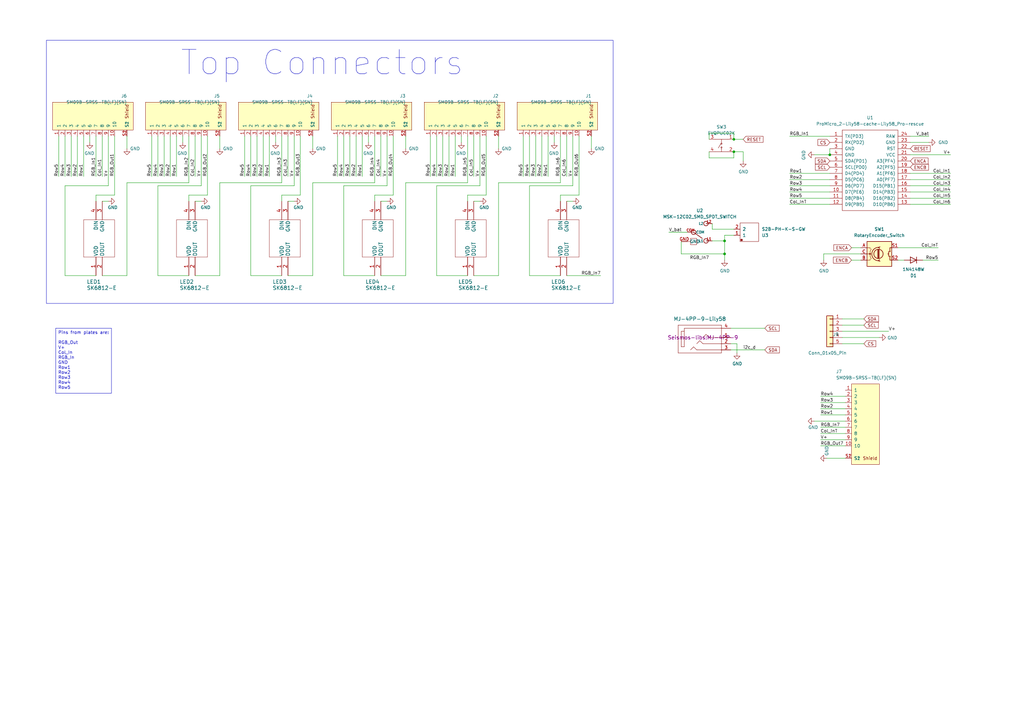
<source format=kicad_sch>
(kicad_sch (version 20230121) (generator eeschema)
  (paper "A3")
  (lib_symbols
    (symbol "Diode:1N4148W" (pin_numbers hide) (pin_names hide)
      (property "Reference" "D" (at 0 2.54 0))
      (property "Value" "1N4148W" (at 0 -2.54 0))
      (symbol "1N4148W_0_1"
        (polyline (pts (xy -1.27 1.27) (xy -1.27 -1.27)) (stroke (width 0.254)))
        (polyline (pts (xy 1.27 0) (xy -1.27 0)))
        (polyline (pts (xy 1.27 1.27) (xy 1.27 -1.27) (xy -1.27 0) (xy 1.27 1.27)) (stroke (width 0.254)))
      )
      (symbol "1N4148W_1_1"
        (pin passive line (at -3.81 0 0) (length 2.54) (name "K") (number "1"))
        (pin passive line (at 3.81 0 180) (length 2.54) (name "A") (number "2"))
      )
    )
    (symbol "GND_1" (power) (pin_names (offset 0))
      (property "Value" "GND_1" (at 0 -3.81 0))
      (symbol "GND_1_0_1"
        (polyline (pts (xy 0 0) (xy 0 -1.27) (xy 1.27 -1.27) (xy 0 -2.54) (xy -1.27 -1.27) (xy 0 -1.27)))
      )
      (symbol "GND_1_1_1"
        (pin power_in line (at 0 0 270) (length 0) hide (name "GND") (number "1"))
      )
    )
    (symbol "Seismos-sym:Conn_01x05" (pin_names (offset 1.016) hide)
      (property "Reference" "J" (at 0 7.62 0))
      (property "Value" "Conn_01x05" (at 0 -7.62 0))
      (symbol "Conn_01x05_1_1"
        (rectangle (start -1.27 -4.953) (end 0 -5.207) (stroke (width 0.1524)))
        (rectangle (start -1.27 -2.413) (end 0 -2.667) (stroke (width 0.1524)))
        (rectangle (start -1.27 0.127) (end 0 -0.127) (stroke (width 0.1524)))
        (rectangle (start -1.27 2.667) (end 0 2.413) (stroke (width 0.1524)))
        (rectangle (start -1.27 5.207) (end 0 4.953) (stroke (width 0.1524)))
        (rectangle (start -1.27 6.35) (end 1.27 -6.35) (stroke (width 0.254)) (fill (type background)))
        (pin passive line (at -5.08 5.08 0) (length 3.81) (name "Pin_1") (number "1"))
        (pin passive line (at -5.08 2.54 0) (length 3.81) (name "Pin_2") (number "2"))
        (pin passive line (at -5.08 0 0) (length 3.81) (name "Pin_3") (number "3"))
        (pin passive line (at -5.08 -2.54 0) (length 3.81) (name "Pin_4") (number "4"))
        (pin passive line (at -5.08 -5.08 0) (length 3.81) (name "Pin_5") (number "5"))
      )
    )
    (symbol "Seismos-sym:EVQPUC02K" (pin_names (offset 1.016) hide)
      (property "Reference" "SW" (at 0 7.747 0))
      (property "Value" "EVQPUC02K" (at 0 12.827 0))
      (symbol "EVQPUC02K_1_1"
        (circle (center 0 -0.762) (radius 0.254) (stroke (width 0.1524)))
        (polyline (pts (xy -2.54 -2.54) (xy 2.54 -2.54)) (stroke (width 0.1524)))
        (polyline (pts (xy -2.54 2.54) (xy 2.54 2.54)) (stroke (width 0.1524)))
        (polyline (pts (xy -1.27 -1.016) (xy -0.254 0.762)) (stroke (width 0.1524)))
        (polyline (pts (xy 0 -2.54) (xy 0 -1.524)) (stroke (width 0.1524)))
        (polyline (pts (xy 0 -1.524) (xy 0 -0.762)) (stroke (width 0.1524)))
        (polyline (pts (xy 0 2.54) (xy 0 0.762)) (stroke (width 0.1524)))
        (circle (center 0 0.762) (radius 0.254) (stroke (width 0.1524)))
        (pin input line (at 5.08 2.54 180) (length 2.54) (name "1") (number "1"))
        (pin input line (at 5.08 -2.54 180) (length 2.54) (name "2") (number "2"))
        (pin input line (at -5.08 2.54 0) (length 2.54) (name "3") (number "3"))
        (pin input line (at -5.08 -2.54 0) (length 2.54) (name "4") (number "4"))
      )
    )
    (symbol "Seismos-sym:MJ-4PP-9-Lily58" (pin_names (offset 1.016))
      (property "Reference" "J" (at -8.89 -7.62 0))
      (property "Value" "MJ-4PP-9-Lily58" (at -3.81 6.35 0))
      (property "Footprint" "Seismos-libs:MJ-4PP-9" (at 0 0 0))
      (symbol "MJ-4PP-9-Lily58_0_1"
        (rectangle (start -7.62 2.54) (end -8.89 -3.81))
        (polyline (pts (xy 2.54 0) (xy 7.62 0)))
        (polyline (pts (xy -2.54 -5.08) (xy 7.62 -5.08) (xy 7.62 -5.08)))
        (polyline (pts (xy 0 -2.54) (xy -1.27 -1.27) (xy -2.54 -2.54)))
        (polyline (pts (xy 0 0) (xy 1.27 1.27) (xy 2.54 0)))
        (polyline (pts (xy 7.62 3.81) (xy -7.62 3.81) (xy -7.62 2.54)))
        (polyline (pts (xy -2.54 -5.08) (xy -3.81 -3.81) (xy -5.08 -5.08) (xy -5.08 -5.08)))
        (polyline (pts (xy 0 -2.54) (xy 7.62 -2.54) (xy 7.62 -2.54) (xy 7.62 -2.54)))
        (rectangle (start 7.62 -6.35) (end -10.16 5.08))
      )
      (symbol "MJ-4PP-9-Lily58_1_1"
        (pin passive line (at 11.43 0 180) (length 3.81) (name "~") (number "1"))
        (pin passive line (at 11.43 -2.54 180) (length 3.81) (name "~") (number "2"))
        (pin passive line (at 11.43 -5.08 180) (length 3.81) (name "~") (number "3"))
        (pin passive line (at 11.43 3.81 180) (length 3.81) (name "~") (number "4"))
      )
    )
    (symbol "Seismos-sym:MSK-12C02_SMD_SPDT_SWITCH" (pin_names (offset 1.016))
      (property "Reference" "U" (at -5.08 7.62 0))
      (property "Value" "MSK-12C02_SMD_SPDT_SWITCH" (at -5.08 -7.62 0))
      (symbol "MSK-12C02_SMD_SPDT_SWITCH_0_0"
        (circle (center -5.08 0) (radius 0.9158) (stroke (width 0.254)))
        (circle (center 0 -3.556) (radius 0.9158) (stroke (width 0.254)))
        (polyline (pts (xy -5.08 0) (xy -1.524 -2.54)) (stroke (width 0.254)))
        (circle (center 0 3.556) (radius 0.9158) (stroke (width 0.254)))
        (pin bidirectional line (at -7.62 0 0) (length 2.54) (name "COM") (number "COM"))
        (pin bidirectional line (at 2.54 -3.556 180) (length 2.54) (name "L1") (number "L1"))
        (pin bidirectional line (at 2.54 3.556 180) (length 2.54) (name "L2") (number "L2"))
      )
      (symbol "MSK-12C02_SMD_SPDT_SWITCH_0_1"
        (rectangle (start -6.35 -2.54) (end -3.81 -5.08))
        (polyline (pts (xy -7.62 -3.81) (xy -6.35 -3.81)))
      )
      (symbol "MSK-12C02_SMD_SPDT_SWITCH_1_1"
        (pin bidirectional line (at -10.16 -3.81 0) (length 2.54) (name "GND") (number "GND"))
      )
    )
    (symbol "Seismos-sym:ProMicro_2-Lily58" (pin_names (offset 1.016))
      (property "Reference" "U" (at 0 17.78 0))
      (property "Value" "ProMicro_2-Lily58" (at 0 -17.78 0))
      (symbol "ProMicro_2-Lily58_0_1"
        (rectangle (start -11.43 16.51) (end 11.43 -16.51))
      )
      (symbol "ProMicro_2-Lily58_1_1"
        (pin bidirectional line (at -16.51 13.97 0) (length 5.08) (name "TX(PD3)") (number "1"))
        (pin input line (at -16.51 -8.89 0) (length 5.08) (name "D7(PE6)") (number "10"))
        (pin input line (at -16.51 -11.43 0) (length 5.08) (name "D8(PB4)") (number "11"))
        (pin input line (at -16.51 -13.97 0) (length 5.08) (name "D9(PB5)") (number "12"))
        (pin input line (at 16.51 -13.97 180) (length 5.08) (name "D10(PB6)") (number "13"))
        (pin input line (at 16.51 -11.43 180) (length 5.08) (name "D16(PB2)") (number "14"))
        (pin input line (at 16.51 -8.89 180) (length 5.08) (name "D14(PB3)") (number "15"))
        (pin input line (at 16.51 -6.35 180) (length 5.08) (name "D15(PB1)") (number "16"))
        (pin input line (at 16.51 -3.81 180) (length 5.08) (name "A0(PF7)") (number "17"))
        (pin input line (at 16.51 -1.27 180) (length 5.08) (name "A1(PF6)") (number "18"))
        (pin input line (at 16.51 1.27 180) (length 5.08) (name "A2(PF5)") (number "19"))
        (pin input line (at -16.51 11.43 0) (length 5.08) (name "RX(PD2)") (number "2"))
        (pin input line (at 16.51 3.81 180) (length 5.08) (name "A3(PF4)") (number "20"))
        (pin input line (at 16.51 6.35 180) (length 5.08) (name "VCC") (number "21"))
        (pin input line (at 16.51 8.89 180) (length 5.08) (name "RST") (number "22"))
        (pin input line (at 16.51 11.43 180) (length 5.08) (name "GND") (number "23"))
        (pin input line (at 16.51 13.97 180) (length 5.08) (name "RAW") (number "24"))
        (pin input line (at -16.51 8.89 0) (length 5.08) (name "GND") (number "3"))
        (pin input line (at -16.51 6.35 0) (length 5.08) (name "GND") (number "4"))
        (pin input line (at -16.51 3.81 0) (length 5.08) (name "SDA(PD1)") (number "5"))
        (pin input line (at -16.51 1.27 0) (length 5.08) (name "SCL(PD0)") (number "6"))
        (pin input line (at -16.51 -1.27 0) (length 5.08) (name "D4(PD4)") (number "7"))
        (pin input line (at -16.51 -3.81 0) (length 5.08) (name "D5(PC6)") (number "8"))
        (pin input line (at -16.51 -6.35 0) (length 5.08) (name "D6(PD7)") (number "9"))
      )
    )
    (symbol "Seismos-sym:RotaryEncoder_Switch" (pin_names (offset 0.254) hide)
      (property "Reference" "SW" (at 0 6.604 0))
      (property "Value" "RotaryEncoder_Switch" (at 0 -6.604 0))
      (symbol "RotaryEncoder_Switch_0_1"
        (rectangle (start -5.08 5.08) (end 5.08 -5.08) (stroke (width 0.254)) (fill (type background)))
        (circle (center -3.81 0) (radius 0.254) (fill (type outline)))
        (circle (center -0.381 0) (radius 1.905) (stroke (width 0.254)))
        (arc (start -0.381 2.667) (mid -3.0988 -0.0635) (end -0.381 -2.794) (stroke (width 0.254)))
        (polyline (pts (xy -0.635 -1.778) (xy -0.635 1.778)) (stroke (width 0.254)))
        (polyline (pts (xy -0.381 -1.778) (xy -0.381 1.778)) (stroke (width 0.254)))
        (polyline (pts (xy -0.127 1.778) (xy -0.127 -1.778)) (stroke (width 0.254)))
        (polyline (pts (xy 3.81 0) (xy 3.429 0)) (stroke (width 0.254)))
        (polyline (pts (xy 3.81 1.016) (xy 3.81 -1.016)) (stroke (width 0.254)))
        (polyline (pts (xy -5.08 -2.54) (xy -3.81 -2.54) (xy -3.81 -2.032)))
        (polyline (pts (xy -5.08 2.54) (xy -3.81 2.54) (xy -3.81 2.032)))
        (polyline (pts (xy 0.254 -3.048) (xy -0.508 -2.794) (xy 0.127 -2.413)) (stroke (width 0.254)))
        (polyline (pts (xy 0.254 2.921) (xy -0.508 2.667) (xy 0.127 2.286)) (stroke (width 0.254)))
        (polyline (pts (xy 5.08 -2.54) (xy 4.318 -2.54) (xy 4.318 -1.016)) (stroke (width 0.254)))
        (polyline (pts (xy 5.08 2.54) (xy 4.318 2.54) (xy 4.318 1.016)) (stroke (width 0.254)))
        (polyline (pts (xy -5.08 0) (xy -3.81 0) (xy -3.81 -1.016) (xy -3.302 -2.032)))
        (polyline (pts (xy -4.318 0) (xy -3.81 0) (xy -3.81 1.016) (xy -3.302 2.032)))
        (circle (center 4.318 -1.016) (radius 0.127) (stroke (width 0.254)))
        (circle (center 4.318 1.016) (radius 0.127) (stroke (width 0.254)))
      )
      (symbol "RotaryEncoder_Switch_1_1"
        (pin passive line (at -7.62 2.54 0) (length 2.54) (name "A") (number "A"))
        (pin passive line (at -7.62 -2.54 0) (length 2.54) (name "B") (number "B"))
        (pin passive line (at -7.62 0 0) (length 2.54) (name "C") (number "C"))
        (pin passive line (at 7.62 2.54 180) (length 2.54) (name "S1") (number "S1"))
        (pin passive line (at 7.62 -2.54 180) (length 2.54) (name "S2") (number "S2"))
      )
    )
    (symbol "Seismos-sym:S2B-PH-K-S-GW" (pin_names (offset 1.016))
      (property "Reference" "U" (at 0 6.35 0))
      (property "Value" "S2B-PH-K-S-GW" (at 0 11.43 0))
      (symbol "S2B-PH-K-S-GW_1_1"
        (rectangle (start -2.54 3.81) (end 5.08 -3.81) (stroke (width 0.1524)))
        (circle (center -1.905 3.175) (radius 0.381) (stroke (width 0.1524)) (fill (type outline)))
        (pin input line (at -5.08 1.27 0) (length 2.54) (name "1") (number "1"))
        (pin input line (at -5.08 -1.27 0) (length 2.54) (name "2") (number "2"))
      )
    )
    (symbol "Seismos-sym:SK6812-E" (pin_names (offset 0.254))
      (property "Reference" "LED" (at 15.24 -10.16 0))
      (property "Value" "SK6812-E" (at 15.24 -12.7 0))
      (symbol "SK6812-E_1_1"
        (polyline (pts (xy 7.62 -7.62) (xy 22.86 -7.62)) (stroke (width 0.127)))
        (polyline (pts (xy 7.62 5.08) (xy 7.62 -7.62)) (stroke (width 0.127)))
        (polyline (pts (xy 22.86 -7.62) (xy 22.86 5.08)) (stroke (width 0.127)))
        (polyline (pts (xy 22.86 5.08) (xy 7.62 5.08)) (stroke (width 0.127)))
        (pin power_in line (at 0 0 0) (length 7.62) (name "VDD") (number "1"))
        (pin output line (at 0 -2.54 0) (length 7.62) (name "DOUT") (number "2"))
        (pin power_out line (at 30.48 -2.54 180) (length 7.62) (name "GND") (number "3"))
        (pin input line (at 30.48 0 180) (length 7.62) (name "DIN") (number "4"))
      )
    )
    (symbol "Seismos-sym:SM10B-SRSS-TB_(LF)(SN)" (pin_names (offset 1.016))
      (property "Reference" "CN" (at -9.4742 3.81 90))
      (property "Value" "SM10B-SRSS-TB_(LF)(SN)" (at 1.27 20.32 0))
      (symbol "SM10B-SRSS-TB_(LF)(SN)_1_1"
        (rectangle (start -3.81 17.78) (end 7.62 -15.24) (stroke (width 0.1524)) (fill (type background)))
        (text "Shield" (at 3.81 -12.7 0) (effects (font (size 1.27 1.27))))
        (pin input line (at -6.35 15.24 0) (length 2.54) (name "1") (number "1"))
        (pin input line (at -6.35 -7.62 0) (length 2.54) (name "10") (number "10"))
        (pin input line (at -6.35 12.7 0) (length 2.54) (name "2") (number "2"))
        (pin input line (at -6.35 10.16 0) (length 2.54) (name "3") (number "3"))
        (pin input line (at -6.35 7.62 0) (length 2.54) (name "4") (number "4"))
        (pin input line (at -6.35 5.08 0) (length 2.54) (name "5") (number "5"))
        (pin input line (at -6.35 2.54 0) (length 2.54) (name "6") (number "6"))
        (pin input line (at -6.35 0 0) (length 2.54) (name "7") (number "7"))
        (pin input line (at -6.35 -2.54 0) (length 2.54) (name "8") (number "8"))
        (pin input line (at -6.35 -5.08 0) (length 2.54) (name "9") (number "9"))
        (pin input line (at -6.35 -12.7 0) (length 2.54) (name "S1") (number "S1"))
        (pin input line (at -6.35 -12.7 0) (length 2.54) (name "S2") (number "S2"))
      )
    )
    (symbol "power:GND" (power) (pin_names (offset 0))
      (property "Value" "GND" (at 0 -3.81 0))
      (symbol "GND_0_1"
        (polyline (pts (xy 0 0) (xy 0 -1.27) (xy 1.27 -1.27) (xy 0 -2.54) (xy -1.27 -1.27) (xy 0 -1.27)))
      )
      (symbol "GND_1_1"
        (pin power_in line (at 0 0 270) (length 0) hide (name "GND") (number "1"))
      )
    )
  )
  (junction (at 297.18 98.806))
  (junction (at 340.36 63.5))
  (junction (at 300.99 62.23))
  (junction (at 300.99 57.15))
  (junction (at 297.18 104.14))
  (wire (pts (xy 323.85 83.82) (xy 340.36 83.82)))
  (wire (pts (xy 41.91 82.55) (xy 44.45 82.55)))
  (wire (pts (xy 179.07 76.2) (xy 179.07 113.03)))
  (wire (pts (xy 24.13 55.88) (xy 24.13 72.39)))
  (wire (pts (xy 166.37 55.88) (xy 166.37 60.96)))
  (wire (pts (xy 179.07 113.03) (xy 191.77 113.03)))
  (wire (pts (xy 323.85 76.2) (xy 340.36 76.2)))
  (wire (pts (xy 237.49 80.01) (xy 229.87 80.01)))
  (wire (pts (xy 128.27 113.03) (xy 128.27 74.93)))
  (wire (pts (xy 153.67 55.88) (xy 153.67 74.93)))
  (wire (pts (xy 300.99 54.61) (xy 300.99 57.15)))
  (wire (pts (xy 69.85 55.88) (xy 69.85 72.39)))
  (wire (pts (xy 323.85 78.74) (xy 340.36 78.74)))
  (wire (pts (xy 373.38 78.74) (xy 389.89 78.74)))
  (wire (pts (xy 300.99 96.52) (xy 297.18 96.52)))
  (wire (pts (xy 140.97 113.03) (xy 153.67 113.03)))
  (wire (pts (xy 336.55 167.64) (xy 346.71 167.64)))
  (wire (pts (xy 297.18 106.68) (xy 297.18 104.14)))
  (wire (pts (xy 100.33 55.88) (xy 100.33 72.39)))
  (wire (pts (xy 118.11 113.03) (xy 128.27 113.03)))
  (wire (pts (xy 64.77 113.03) (xy 77.47 113.03)))
  (wire (pts (xy 345.44 133.35) (xy 354.33 133.35)))
  (wire (pts (xy 191.77 80.01) (xy 191.77 82.55)))
  (wire (pts (xy 115.57 80.01) (xy 115.57 82.55)))
  (wire (pts (xy 232.41 55.88) (xy 232.41 72.39)))
  (wire (pts (xy 323.85 73.66) (xy 340.36 73.66)))
  (wire (pts (xy 373.38 58.42) (xy 381 58.42)))
  (wire (pts (xy 323.85 71.12) (xy 340.36 71.12)))
  (wire (pts (xy 299.72 134.62) (xy 313.69 134.62)))
  (wire (pts (xy 204.47 74.93) (xy 229.87 74.93)))
  (wire (pts (xy 85.09 55.88) (xy 85.09 80.01)))
  (wire (pts (xy 153.67 80.01) (xy 153.67 82.55)))
  (wire (pts (xy 189.23 55.88) (xy 189.23 58.42)))
  (wire (pts (xy 41.91 113.03) (xy 52.07 113.03)))
  (wire (pts (xy 336.55 162.56) (xy 346.71 162.56)))
  (wire (pts (xy 337.82 104.14) (xy 337.82 106.68)))
  (wire (pts (xy 373.38 55.88) (xy 381 55.88)))
  (wire (pts (xy 156.21 113.03) (xy 166.37 113.03)))
  (wire (pts (xy 151.13 55.88) (xy 151.13 58.42)))
  (wire (pts (xy 297.18 98.806) (xy 297.18 104.14)))
  (wire (pts (xy 80.01 55.88) (xy 80.01 72.39)))
  (wire (pts (xy 181.61 55.88) (xy 181.61 72.39)))
  (wire (pts (xy 304.8 66.04) (xy 304.8 62.23)))
  (wire (pts (xy 224.79 55.88) (xy 224.79 72.39)))
  (wire (pts (xy 52.07 74.93) (xy 77.47 74.93)))
  (wire (pts (xy 290.83 62.23) (xy 290.83 64.77)))
  (wire (pts (xy 34.29 55.88) (xy 34.29 72.39)))
  (wire (pts (xy 156.21 55.88) (xy 156.21 72.39)))
  (wire (pts (xy 82.55 55.88) (xy 82.55 76.2)))
  (wire (pts (xy 232.41 113.03) (xy 246.38 113.03)))
  (wire (pts (xy 237.49 55.88) (xy 237.49 80.01)))
  (wire (pts (xy 373.38 83.82) (xy 389.89 83.82)))
  (wire (pts (xy 74.93 55.88) (xy 74.93 58.42)))
  (wire (pts (xy 90.17 74.93) (xy 115.57 74.93)))
  (wire (pts (xy 349.25 101.6) (xy 353.06 101.6)))
  (wire (pts (xy 123.19 80.01) (xy 115.57 80.01)))
  (wire (pts (xy 176.53 55.88) (xy 176.53 72.39)))
  (wire (pts (xy 232.41 82.55) (xy 234.95 82.55)))
  (wire (pts (xy 336.55 175.26) (xy 346.71 175.26)))
  (wire (pts (xy 64.77 55.88) (xy 64.77 72.39)))
  (wire (pts (xy 214.63 55.88) (xy 214.63 72.39)))
  (wire (pts (xy 39.37 80.01) (xy 39.37 82.55)))
  (wire (pts (xy 146.05 55.88) (xy 146.05 72.39)))
  (wire (pts (xy 143.51 55.88) (xy 143.51 72.39)))
  (wire (pts (xy 113.03 55.88) (xy 113.03 58.42)))
  (wire (pts (xy 336.55 182.88) (xy 346.71 182.88)))
  (wire (pts (xy 80.01 113.03) (xy 90.17 113.03)))
  (wire (pts (xy 44.45 55.88) (xy 44.45 76.2)))
  (wire (pts (xy 234.95 55.88) (xy 234.95 76.2)))
  (wire (pts (xy 64.77 76.2) (xy 64.77 113.03)))
  (wire (pts (xy 123.19 55.88) (xy 123.19 80.01)))
  (wire (pts (xy 336.55 180.34) (xy 346.71 180.34)))
  (wire (pts (xy 290.83 54.61) (xy 300.99 54.61)))
  (wire (pts (xy 158.75 76.2) (xy 140.97 76.2)))
  (wire (pts (xy 102.87 55.88) (xy 102.87 72.39)))
  (wire (pts (xy 105.41 55.88) (xy 105.41 72.39)))
  (wire (pts (xy 242.57 55.88) (xy 242.57 60.96)))
  (wire (pts (xy 227.33 55.88) (xy 227.33 58.42)))
  (wire (pts (xy 118.11 82.55) (xy 120.65 82.55)))
  (wire (pts (xy 323.85 81.28) (xy 340.36 81.28)))
  (wire (pts (xy 373.38 81.28) (xy 389.89 81.28)))
  (wire (pts (xy 336.55 170.18) (xy 346.71 170.18)))
  (wire (pts (xy 72.39 55.88) (xy 72.39 72.39)))
  (wire (pts (xy 368.3 106.68) (xy 370.84 106.68)))
  (wire (pts (xy 90.17 113.03) (xy 90.17 74.93)))
  (wire (pts (xy 300.99 64.77) (xy 300.99 62.23)))
  (wire (pts (xy 120.65 76.2) (xy 102.87 76.2)))
  (wire (pts (xy 297.18 96.52) (xy 297.18 98.806)))
  (wire (pts (xy 323.85 55.88) (xy 340.36 55.88)))
  (wire (pts (xy 345.44 138.43) (xy 360.68 138.43)))
  (wire (pts (xy 199.39 80.01) (xy 191.77 80.01)))
  (wire (pts (xy 373.38 76.2) (xy 389.89 76.2)))
  (wire (pts (xy 191.77 55.88) (xy 191.77 74.93)))
  (wire (pts (xy 194.31 55.88) (xy 194.31 72.39)))
  (wire (pts (xy 340.36 60.96) (xy 340.36 63.5)))
  (wire (pts (xy 217.17 113.03) (xy 229.87 113.03)))
  (wire (pts (xy 107.95 55.88) (xy 107.95 72.39)))
  (wire (pts (xy 140.97 76.2) (xy 140.97 113.03)))
  (wire (pts (xy 222.25 55.88) (xy 222.25 72.39)))
  (wire (pts (xy 77.47 55.88) (xy 77.47 74.93)))
  (wire (pts (xy 102.87 76.2) (xy 102.87 113.03)))
  (wire (pts (xy 44.45 76.2) (xy 26.67 76.2)))
  (wire (pts (xy 292.1 93.98) (xy 300.99 93.98)))
  (wire (pts (xy 62.23 55.88) (xy 62.23 72.39)))
  (wire (pts (xy 196.85 76.2) (xy 179.07 76.2)))
  (wire (pts (xy 378.46 106.68) (xy 384.81 106.68)))
  (wire (pts (xy 52.07 55.88) (xy 52.07 60.96)))
  (wire (pts (xy 234.95 76.2) (xy 217.17 76.2)))
  (wire (pts (xy 161.29 55.88) (xy 161.29 80.01)))
  (wire (pts (xy 138.43 55.88) (xy 138.43 72.39)))
  (wire (pts (xy 340.36 63.5) (xy 334.01 63.5)))
  (wire (pts (xy 368.3 101.6) (xy 384.81 101.6)))
  (wire (pts (xy 229.87 55.88) (xy 229.87 74.93)))
  (wire (pts (xy 46.99 55.88) (xy 46.99 80.01)))
  (wire (pts (xy 219.71 55.88) (xy 219.71 72.39)))
  (wire (pts (xy 229.87 80.01) (xy 229.87 82.55)))
  (wire (pts (xy 290.83 57.15) (xy 290.83 54.61)))
  (wire (pts (xy 204.47 55.88) (xy 204.47 60.96)))
  (wire (pts (xy 82.55 76.2) (xy 64.77 76.2)))
  (wire (pts (xy 52.07 113.03) (xy 52.07 74.93)))
  (wire (pts (xy 158.75 55.88) (xy 158.75 76.2)))
  (wire (pts (xy 166.37 74.93) (xy 191.77 74.93)))
  (wire (pts (xy 29.21 55.88) (xy 29.21 72.39)))
  (wire (pts (xy 120.65 55.88) (xy 120.65 76.2)))
  (wire (pts (xy 299.72 140.97) (xy 302.26 140.97)))
  (wire (pts (xy 118.11 55.88) (xy 118.11 72.39)))
  (wire (pts (xy 279.4 104.14) (xy 297.18 104.14)))
  (wire (pts (xy 67.31 55.88) (xy 67.31 72.39)))
  (wire (pts (xy 26.67 76.2) (xy 26.67 113.03)))
  (wire (pts (xy 196.85 55.88) (xy 196.85 76.2)))
  (wire (pts (xy 339.09 187.96) (xy 346.71 187.96)))
  (wire (pts (xy 110.49 55.88) (xy 110.49 72.39)))
  (wire (pts (xy 299.72 143.51) (xy 313.69 143.51)))
  (wire (pts (xy 31.75 55.88) (xy 31.75 72.39)))
  (wire (pts (xy 300.99 57.15) (xy 304.8 57.15)))
  (wire (pts (xy 186.69 55.88) (xy 186.69 72.39)))
  (wire (pts (xy 179.07 55.88) (xy 179.07 72.39)))
  (wire (pts (xy 166.37 113.03) (xy 166.37 74.93)))
  (wire (pts (xy 217.17 76.2) (xy 217.17 113.03)))
  (wire (pts (xy 204.47 113.03) (xy 204.47 74.93)))
  (wire (pts (xy 373.38 73.66) (xy 389.89 73.66)))
  (wire (pts (xy 373.38 71.12) (xy 389.89 71.12)))
  (wire (pts (xy 274.32 95.25) (xy 281.94 95.25)))
  (wire (pts (xy 194.31 113.03) (xy 204.47 113.03)))
  (wire (pts (xy 336.55 165.1) (xy 346.71 165.1)))
  (wire (pts (xy 128.27 74.93) (xy 153.67 74.93)))
  (wire (pts (xy 292.1 98.806) (xy 297.18 98.806)))
  (wire (pts (xy 373.38 63.5) (xy 389.89 63.5)))
  (wire (pts (xy 336.55 177.8) (xy 346.71 177.8)))
  (wire (pts (xy 90.17 55.88) (xy 90.17 60.96)))
  (wire (pts (xy 80.01 82.55) (xy 82.55 82.55)))
  (wire (pts (xy 85.09 80.01) (xy 77.47 80.01)))
  (wire (pts (xy 292.1 93.98) (xy 292.1 91.694)))
  (wire (pts (xy 353.06 104.14) (xy 337.82 104.14)))
  (wire (pts (xy 115.57 55.88) (xy 115.57 74.93)))
  (wire (pts (xy 199.39 55.88) (xy 199.39 80.01)))
  (wire (pts (xy 184.15 55.88) (xy 184.15 72.39)))
  (wire (pts (xy 128.27 55.88) (xy 128.27 60.96)))
  (wire (pts (xy 345.44 130.81) (xy 354.33 130.81)))
  (wire (pts (xy 26.67 113.03) (xy 39.37 113.03)))
  (wire (pts (xy 334.01 172.72) (xy 346.71 172.72)))
  (wire (pts (xy 194.31 82.55) (xy 196.85 82.55)))
  (wire (pts (xy 41.91 55.88) (xy 41.91 72.39)))
  (wire (pts (xy 304.8 62.23) (xy 300.99 62.23)))
  (wire (pts (xy 140.97 55.88) (xy 140.97 72.39)))
  (wire (pts (xy 217.17 55.88) (xy 217.17 72.39)))
  (wire (pts (xy 39.37 55.88) (xy 39.37 72.39)))
  (wire (pts (xy 77.47 80.01) (xy 77.47 82.55)))
  (wire (pts (xy 349.25 106.68) (xy 353.06 106.68)))
  (wire (pts (xy 26.67 55.88) (xy 26.67 72.39)))
  (wire (pts (xy 345.44 135.89) (xy 364.49 135.89)))
  (wire (pts (xy 279.4 99.06) (xy 279.4 104.14)))
  (wire (pts (xy 102.87 113.03) (xy 115.57 113.03)))
  (wire (pts (xy 156.21 82.55) (xy 158.75 82.55)))
  (wire (pts (xy 36.83 55.88) (xy 36.83 58.42)))
  (wire (pts (xy 345.44 140.97) (xy 354.33 140.97)))
  (wire (pts (xy 302.26 140.97) (xy 302.26 144.78)))
  (wire (pts (xy 46.99 80.01) (xy 39.37 80.01)))
  (wire (pts (xy 290.83 64.77) (xy 300.99 64.77)))
  (wire (pts (xy 161.29 80.01) (xy 153.67 80.01)))
  (wire (pts (xy 148.59 55.88) (xy 148.59 72.39)))
  (rectangle (start 19.05 16.51) (end 251.46 124.46))
  (text_box "Pins from plates are:\n\nRGB_Out\nV+\nCol_In\nRGB_In\nGND\nRow1\nRow2\nRow3\nRow4\nRow5" (at 22.86 134.62 0) (size 22.86 26.67) (effects (font (size 1.27 1.27)) (justify left top)))
  (text "Top Connectors" (at 73.66 31.75 0) (effects (font (size 10 10)) (justify left bottom)))
  (label "Row1" (at 186.69 72.39 90))
  (label "Col_In4" (at 156.21 72.39 90))
  (label "RGB_In7" (at 290.83 106.68 180))
  (label "RGB_Out1" (at 46.99 72.39 90))
  (label "Row2" (at 222.25 72.39 90))
  (label "Row1" (at 110.49 72.39 90))
  (label "Col_InT" (at 323.85 83.82 0))
  (label "Row1" (at 34.29 72.39 90))
  (label "Row2" (at 336.55 167.64 0))
  (label "RGB_In1" (at 39.37 72.39 90))
  (label "Row5" (at 100.33 72.39 90))
  (label "Row2" (at 31.75 72.39 90))
  (label "Row3" (at 105.41 72.39 90))
  (label "Row2" (at 107.95 72.39 90))
  (label "V+" (at 82.55 72.39 90))
  (label "V_bat" (at 381 55.88 180))
  (label "Col_In1" (at 389.89 71.12 180))
  (label "Col_In1" (at 41.91 72.39 90))
  (label "Row1" (at 323.85 71.12 0))
  (label "Col_In2" (at 389.89 73.66 180))
  (label "Row4" (at 64.77 72.39 90))
  (label "Row5" (at 176.53 72.39 90))
  (label "Col_InT" (at 384.81 101.6 180))
  (label "Row4" (at 217.17 72.39 90))
  (label "Row3" (at 323.85 76.2 0))
  (label "Col_In5" (at 389.89 81.28 180))
  (label "V_bat" (at 274.32 95.25 0))
  (label "RGB_Out7" (at 336.55 182.88 0))
  (label "Row5" (at 24.13 72.39 90))
  (label "Col_In3" (at 118.11 72.39 90))
  (label "Row3" (at 219.71 72.39 90))
  (label "Row3" (at 181.61 72.39 90))
  (label "Row5" (at 323.85 81.28 0))
  (label "RGB_Out3" (at 123.19 72.39 90))
  (label "Row4" (at 323.85 78.74 0))
  (label "Row4" (at 26.67 72.39 90))
  (label "Row3" (at 67.31 72.39 90))
  (label "RGB_Out5" (at 199.39 72.39 90))
  (label "RGB_In6" (at 229.87 72.39 90))
  (label "V+" (at 44.45 72.39 90))
  (label "RGB_In4" (at 153.67 72.39 90))
  (label "Row1" (at 224.79 72.39 90))
  (label "V+" (at 158.75 72.39 90))
  (label "RGB_In5" (at 191.77 72.39 90))
  (label "Col_In6" (at 389.89 83.82 180))
  (label "Col_In6" (at 232.41 72.39 90))
  (label "V+" (at 234.95 72.39 90))
  (label "Row1" (at 148.59 72.39 90))
  (label "V+" (at 120.65 72.39 90))
  (label "RGB_In2" (at 77.47 72.39 90))
  (label "Row4" (at 140.97 72.39 90))
  (label "V+" (at 389.89 63.5 180))
  (label "RGB_Out2" (at 85.09 72.39 90))
  (label "RGB_Out4" (at 161.29 72.39 90))
  (label "Row1" (at 72.39 72.39 90))
  (label "Row5" (at 384.81 106.68 180))
  (label "V+" (at 364.49 135.89 0))
  (label "Row4" (at 179.07 72.39 90))
  (label "RGB_Out6" (at 237.49 72.39 90))
  (label "Row5" (at 62.23 72.39 90))
  (label "Row3" (at 336.55 165.1 0))
  (label "i2c_d" (at 304.8 143.51 0))
  (label "Col_In4" (at 389.89 78.74 180))
  (label "Row2" (at 323.85 73.66 0))
  (label "V+" (at 196.85 72.39 90))
  (label "Col_In2" (at 80.01 72.39 90))
  (label "RGB_In1" (at 323.85 55.88 0))
  (label "Row3" (at 143.51 72.39 90))
  (label "Row3" (at 29.21 72.39 90))
  (label "Col_In3" (at 389.89 76.2 180))
  (label "Row1" (at 336.55 170.18 0))
  (label "Row2" (at 69.85 72.39 90))
  (label "Col_In5" (at 194.31 72.39 90))
  (label "Row4" (at 102.87 72.39 90))
  (label "V+" (at 336.55 180.34 0))
  (label "Row5" (at 214.63 72.39 90))
  (label "Row5" (at 138.43 72.39 90))
  (label "RGB_In7" (at 246.38 113.03 180))
  (label "Col_InT" (at 336.55 177.8 0))
  (label "RGB_In7" (at 336.55 175.26 0))
  (label "Row2" (at 146.05 72.39 90))
  (label "Row2" (at 184.15 72.39 90))
  (label "Row4" (at 336.55 162.56 0))
  (label "RGB_In3" (at 115.57 72.39 90))
  (global_label "SDA" (shape input) (at 340.36 66.04 180) (property "Intersheetrefs" "${INTERSHEET_REFS}" (effects hide)))
  (global_label "SDA" (shape input) (at 354.33 130.81 0) (property "Intersheetrefs" "${INTERSHEET_REFS}" (effects hide)))
  (global_label "SCL" (shape input) (at 313.69 134.62 0) (property "Intersheetrefs" "${INTERSHEET_REFS}" (effects hide)))
  (global_label "SCL" (shape input) (at 340.36 68.58 180) (property "Intersheetrefs" "${INTERSHEET_REFS}" (effects hide)))
  (global_label "ENCB" (shape input) (at 373.38 68.58 0) (property "Intersheetrefs" "${INTERSHEET_REFS}" (effects hide)))
  (global_label "ENCA" (shape input) (at 373.38 66.04 0) (property "Intersheetrefs" "${INTERSHEET_REFS}" (effects hide)))
  (global_label "RESET" (shape input) (at 304.8 57.15 0) (property "Intersheetrefs" "${INTERSHEET_REFS}" (effects hide)))
  (global_label "ENCB" (shape input) (at 349.25 106.68 180) (property "Intersheetrefs" "${INTERSHEET_REFS}" (effects hide)))
  (global_label "RESET" (shape input) (at 373.38 60.96 0) (property "Intersheetrefs" "${INTERSHEET_REFS}" (effects hide)))
  (global_label "ENCA" (shape input) (at 349.25 101.6 180) (property "Intersheetrefs" "${INTERSHEET_REFS}" (effects hide)))
  (global_label "SCL" (shape input) (at 354.33 133.35 0) (property "Intersheetrefs" "${INTERSHEET_REFS}" (effects hide)))
  (global_label "CS" (shape input) (at 340.36 58.42 180) (property "Intersheetrefs" "${INTERSHEET_REFS}" (effects hide)))
  (global_label "SDA" (shape input) (at 313.69 143.51 0) (property "Intersheetrefs" "${INTERSHEET_REFS}" (effects hide)))
  (global_label "CS" (shape input) (at 354.33 140.97 0) (property "Intersheetrefs" "${INTERSHEET_REFS}" (effects hide)))
  (symbol (lib_id "Seismos-sym:SM10B-SRSS-TB_(LF)(SN)") (at 229.87 49.53 90) (unit 1)
    (property "Reference" "J1" (at 242.57 39.37 90) (effects (justify left)))
    (property "Value" "SM09B-SRSS-TB(LF)(SN)" (at 242.57 41.91 90) (effects (justify left)))
    (property "Footprint" "Seismos-libs:CONN-SMD_10P-P1.00_SM10B-SRSS-TB-LF-SN" (effects hide))
    (property "Datasheet" "http://www.szlcsc.com/product/details_171789.html" (effects hide))
    (property "PARTREV" "1.0" (effects hide))
    (property "MANUFACTURER" "Manufacturer_name" (effects hide))
    (property "STANDARD" "Manufacturer Recommendations" (effects hide))
    (property "SuppliersPartNumber" "C160409" (effects hide))
    (property "uuid" "std:5e45a64e8ce7478d8accd2bac4409ba5" (effects hide))
  )
  (symbol (lib_name "GND_1") (lib_id "power:GND") (at 36.83 58.42 0) (mirror y) (unit 1)
    (property "Reference" "#PWR012" (effects hide))
    (property "Value" "GND" (at 38.735 62.865 0) (effects (justify left)))
  )
  (symbol (lib_id "power:GND") (at 52.07 60.96 0) (unit 1)
    (property "Reference" "#PWR02" (effects hide))
    (property "Value" "GND" (at 53.34 60.96 0) (effects (justify left)))
  )
  (symbol (lib_id "Seismos-sym:RotaryEncoder_Switch") (at 360.68 104.14 0) (unit 1)
    (property "Reference" "SW1" (at 360.68 93.98 0))
    (property "Value" "RotaryEncoder_Switch" (at 360.68 96.52 0))
    (property "Footprint" "Seismos-libs:RotaryEncoder_Alps_EC11E-Switch_Vertical_H20mm-keebio_modified" (effects hide))
  )
  (symbol (lib_id "power:GND") (at 242.57 60.96 0) (unit 1)
    (property "Reference" "#PWR028" (effects hide))
    (property "Value" "GND" (at 243.84 60.96 0) (effects (justify left)))
  )
  (symbol (lib_id "power:GND") (at 302.26 144.78 0) (unit 1)
    (property "Reference" "#PWR019" (effects hide))
    (property "Value" "GND" (at 302.387 149.1742 0))
  )
  (symbol (lib_id "power:GND") (at 44.45 82.55 90) (unit 1)
    (property "Reference" "#PWR021" (effects hide))
    (property "Value" "GND" (at 48.26 85.09 90) (effects (justify left)))
  )
  (symbol (lib_id "Seismos-sym:SK6812-E") (at 77.47 113.03 90) (unit 1)
    (property "Reference" "LED2" (at 73.66 115.57 90) (effects (font (size 1.524 1.524)) (justify right)))
    (property "Value" "SK6812-E" (at 73.66 118.11 90) (effects (font (size 1.524 1.524)) (justify right)))
    (property "Footprint" "Seismos-libs:SK6812-E" (effects hide))
  )
  (symbol (lib_id "Seismos-sym:ProMicro_2-Lily58") (at 356.87 69.85 0) (unit 1)
    (property "Reference" "U1" (at 356.87 48.26 0))
    (property "Value" "ProMicro_2-Lily58-cache-Lily58_Pro-rescue" (at 356.87 50.8 0))
    (property "Footprint" "keyboard_reversible:ProMicro" (effects hide))
  )
  (symbol (lib_id "Seismos-sym:EVQPUC02K") (at 295.91 59.69 0) (unit 1)
    (property "Reference" "SW3" (at 295.91 52.07 0))
    (property "Value" "EVQPUC02K" (at 295.91 54.61 0))
    (property "Footprint" "Seismos-libs:SW-SMD_EVQPUD02K" (effects hide))
    (property "Datasheet" "http://www.szlcsc.com/product/details_80311.html" (effects hide))
    (property "SuppliersPartNumber" "C79174" (effects hide))
    (property "uuid" "std:89571b53ad64408584c96bcda364818c" (effects hide))
  )
  (symbol (lib_id "Seismos-sym:SK6812-E") (at 191.77 113.03 90) (unit 1)
    (property "Reference" "LED5" (at 187.96 115.57 90) (effects (font (size 1.524 1.524)) (justify right)))
    (property "Value" "SK6812-E" (at 187.96 118.11 90) (effects (font (size 1.524 1.524)) (justify right)))
    (property "Footprint" "Seismos-libs:SK6812-E" (effects hide))
  )
  (symbol (lib_id "Seismos-sym:SM10B-SRSS-TB_(LF)(SN)") (at 191.77 49.53 90) (unit 1)
    (property "Reference" "J2" (at 204.47 39.37 90) (effects (justify left)))
    (property "Value" "SM09B-SRSS-TB(LF)(SN)" (at 204.47 41.91 90) (effects (justify left)))
    (property "Footprint" "Seismos-libs:CONN-SMD_10P-P1.00_SM10B-SRSS-TB-LF-SN" (effects hide))
    (property "Datasheet" "http://www.szlcsc.com/product/details_171789.html" (effects hide))
    (property "PARTREV" "1.0" (effects hide))
    (property "MANUFACTURER" "Manufacturer_name" (effects hide))
    (property "STANDARD" "Manufacturer Recommendations" (effects hide))
    (property "SuppliersPartNumber" "C160409" (effects hide))
    (property "uuid" "std:5e45a64e8ce7478d8accd2bac4409ba5" (effects hide))
  )
  (symbol (lib_name "GND_1") (lib_id "power:GND") (at 74.93 58.42 0) (mirror y) (unit 1)
    (property "Reference" "#PWR01" (effects hide))
    (property "Value" "GND" (at 76.835 62.865 0) (effects (justify left)))
  )
  (symbol (lib_id "Seismos-sym:SM10B-SRSS-TB_(LF)(SN)") (at 115.57 49.53 90) (unit 1)
    (property "Reference" "J4" (at 128.27 39.37 90) (effects (justify left)))
    (property "Value" "SM09B-SRSS-TB(LF)(SN)" (at 128.27 41.91 90) (effects (justify left)))
    (property "Footprint" "Seismos-libs:CONN-SMD_10P-P1.00_SM10B-SRSS-TB-LF-SN" (effects hide))
    (property "Datasheet" "http://www.szlcsc.com/product/details_171789.html" (effects hide))
    (property "PARTREV" "1.0" (effects hide))
    (property "MANUFACTURER" "Manufacturer_name" (effects hide))
    (property "STANDARD" "Manufacturer Recommendations" (effects hide))
    (property "SuppliersPartNumber" "C160409" (effects hide))
    (property "uuid" "std:5e45a64e8ce7478d8accd2bac4409ba5" (effects hide))
  )
  (symbol (lib_id "Seismos-sym:SK6812-E") (at 229.87 113.03 90) (unit 1)
    (property "Reference" "LED6" (at 226.06 115.57 90) (effects (font (size 1.524 1.524)) (justify right)))
    (property "Value" "SK6812-E" (at 226.06 118.11 90) (effects (font (size 1.524 1.524)) (justify right)))
    (property "Footprint" "Seismos-libs:SK6812-E" (effects hide))
  )
  (symbol (lib_id "Seismos-sym:SM10B-SRSS-TB_(LF)(SN)") (at 39.37 49.53 90) (unit 1)
    (property "Reference" "J6" (at 52.07 39.37 90) (effects (justify left)))
    (property "Value" "SM09B-SRSS-TB(LF)(SN)" (at 52.07 41.91 90) (effects (justify left)))
    (property "Footprint" "Seismos-libs:CONN-SMD_10P-P1.00_SM10B-SRSS-TB-LF-SN" (effects hide))
    (property "Datasheet" "http://www.szlcsc.com/product/details_171789.html" (effects hide))
    (property "PARTREV" "1.0" (effects hide))
    (property "MANUFACTURER" "Manufacturer_name" (effects hide))
    (property "STANDARD" "Manufacturer Recommendations" (effects hide))
    (property "SuppliersPartNumber" "C160409" (effects hide))
    (property "uuid" "std:5e45a64e8ce7478d8accd2bac4409ba5" (effects hide))
  )
  (symbol (lib_id "Diode:1N4148W") (at 374.65 106.68 0) (mirror y) (unit 1)
    (property "Reference" "D1" (at 374.65 113.03 0))
    (property "Value" "1N4148W" (at 374.65 110.49 0))
    (property "Footprint" "Diode_SMD:D_SOD-123" (effects hide))
    (property "Datasheet" "https://www.vishay.com/docs/85748/1n4148w.pdf" (effects hide))
    (property "Sim.Device" "D" (effects hide))
    (property "Sim.Pins" "1=K 2=A" (effects hide))
  )
  (symbol (lib_id "Seismos-sym:SK6812-E") (at 153.67 113.03 90) (unit 1)
    (property "Reference" "LED4" (at 149.86 115.57 90) (effects (font (size 1.524 1.524)) (justify right)))
    (property "Value" "SK6812-E" (at 149.86 118.11 90) (effects (font (size 1.524 1.524)) (justify right)))
    (property "Footprint" "Seismos-libs:SK6812-E" (effects hide))
  )
  (symbol (lib_name "GND_1") (lib_id "power:GND") (at 113.03 58.42 0) (mirror y) (unit 1)
    (property "Reference" "#PWR03" (effects hide))
    (property "Value" "GND" (at 114.935 62.865 0) (effects (justify left)))
  )
  (symbol (lib_id "power:GND") (at 204.47 60.96 0) (unit 1)
    (property "Reference" "#PWR024" (effects hide))
    (property "Value" "GND" (at 205.74 60.96 0) (effects (justify left)))
  )
  (symbol (lib_id "power:GND") (at 234.95 82.55 90) (unit 1)
    (property "Reference" "#PWR027" (effects hide))
    (property "Value" "GND" (at 238.76 85.09 90) (effects (justify left)))
  )
  (symbol (lib_name "GND_1") (lib_id "power:GND") (at 189.23 58.42 0) (mirror y) (unit 1)
    (property "Reference" "#PWR018" (effects hide))
    (property "Value" "GND" (at 191.135 62.865 0) (effects (justify left)))
  )
  (symbol (lib_id "power:GND") (at 337.82 106.68 0) (unit 1)
    (property "Reference" "#PWR017" (effects hide))
    (property "Value" "GND" (at 337.947 111.0742 0))
  )
  (symbol (lib_id "power:GND") (at 334.01 63.5 270) (unit 1)
    (property "Reference" "#PWR015" (effects hide))
    (property "Value" "GND" (at 329.6158 63.627 0))
  )
  (symbol (lib_id "Seismos-sym:S2B-PH-K-S-GW") (at 306.07 95.25 0) (mirror x) (unit 1)
    (property "Reference" "U3" (at 312.42 96.52 0) (effects (justify left)))
    (property "Value" "S2B-PH-K-S-GW" (at 312.42 93.98 0) (effects (justify left)))
    (property "Footprint" "Seismos-libs:CONN-TH_S2B-PH-K-S-GW" (effects hide))
    (property "Datasheet" "http://www.szlcsc.com/product/details_169280.html" (effects hide))
    (property "SuppliersPartNumber" "C157932" (effects hide))
    (property "uuid" "std:142e468e0eff4c74b82a90663b738815" (effects hide))
  )
  (symbol (lib_id "power:GND") (at 128.27 60.96 0) (unit 1)
    (property "Reference" "#PWR08" (effects hide))
    (property "Value" "GND" (at 129.54 60.96 0) (effects (justify left)))
  )
  (symbol (lib_id "Seismos-sym:SK6812-E") (at 39.37 113.03 90) (unit 1)
    (property "Reference" "LED1" (at 35.56 115.57 90) (effects (font (size 1.524 1.524)) (justify right)))
    (property "Value" "SK6812-E" (at 35.56 118.11 90) (effects (font (size 1.524 1.524)) (justify right)))
    (property "Footprint" "Seismos-libs:SK6812-E" (effects hide))
  )
  (symbol (lib_id "Seismos-sym:SK6812-E") (at 115.57 113.03 90) (unit 1)
    (property "Reference" "LED3" (at 111.76 115.57 90) (effects (font (size 1.524 1.524)) (justify right)))
    (property "Value" "SK6812-E" (at 111.76 118.11 90) (effects (font (size 1.524 1.524)) (justify right)))
    (property "Footprint" "Seismos-libs:SK6812-E" (effects hide))
  )
  (symbol (lib_id "power:GND") (at 304.8 66.04 0) (unit 1)
    (property "Reference" "#PWR016" (effects hide))
    (property "Value" "GND" (at 304.927 70.4342 0))
  )
  (symbol (lib_id "power:GND") (at 360.68 138.43 90) (mirror x) (unit 1)
    (property "Reference" "#PWR013" (effects hide))
    (property "Value" "GND" (at 363.9312 138.557 90) (effects (justify right)))
  )
  (symbol (lib_id "power:GND") (at 166.37 60.96 0) (unit 1)
    (property "Reference" "#PWR011" (effects hide))
    (property "Value" "GND" (at 167.64 60.96 0) (effects (justify left)))
  )
  (symbol (lib_id "power:GND") (at 334.01 172.72 270) (mirror x) (unit 1)
    (property "Reference" "#PWR020" (effects hide))
    (property "Value" "GND" (at 331.47 175.26 90) (effects (justify left)))
  )
  (symbol (lib_id "power:GND") (at 196.85 82.55 90) (unit 1)
    (property "Reference" "#PWR022" (effects hide))
    (property "Value" "GND" (at 200.66 85.09 90) (effects (justify left)))
  )
  (symbol (lib_id "power:GND") (at 158.75 82.55 90) (unit 1)
    (property "Reference" "#PWR010" (effects hide))
    (property "Value" "GND" (at 162.56 85.09 90) (effects (justify left)))
  )
  (symbol (lib_name "GND_1") (lib_id "power:GND") (at 151.13 58.42 0) (mirror y) (unit 1)
    (property "Reference" "#PWR06" (effects hide))
    (property "Value" "GND" (at 153.035 62.865 0) (effects (justify left)))
  )
  (symbol (lib_id "Seismos-sym:SM10B-SRSS-TB_(LF)(SN)") (at 153.67 49.53 90) (unit 1)
    (property "Reference" "J3" (at 166.37 39.37 90) (effects (justify left)))
    (property "Value" "SM09B-SRSS-TB(LF)(SN)" (at 166.37 41.91 90) (effects (justify left)))
    (property "Footprint" "Seismos-libs:CONN-SMD_10P-P1.00_SM10B-SRSS-TB-LF-SN" (effects hide))
    (property "Datasheet" "http://www.szlcsc.com/product/details_171789.html" (effects hide))
    (property "PARTREV" "1.0" (effects hide))
    (property "MANUFACTURER" "Manufacturer_name" (effects hide))
    (property "STANDARD" "Manufacturer Recommendations" (effects hide))
    (property "SuppliersPartNumber" "C160409" (effects hide))
    (property "uuid" "std:5e45a64e8ce7478d8accd2bac4409ba5" (effects hide))
  )
  (symbol (lib_id "power:GND") (at 82.55 82.55 90) (unit 1)
    (property "Reference" "#PWR04" (effects hide))
    (property "Value" "GND" (at 86.36 85.09 90) (effects (justify left)))
  )
  (symbol (lib_id "Seismos-sym:SM10B-SRSS-TB_(LF)(SN)") (at 353.06 175.26 0) (unit 1)
    (property "Reference" "J7" (at 342.9 152.4 0) (effects (justify left)))
    (property "Value" "SM09B-SRSS-TB(LF)(SN)" (at 342.9 154.94 0) (effects (justify left)))
    (property "Footprint" "Seismos-libs:CONN-SMD_10P-P1.00_SM10B-SRSS-TB-LF-SN" (effects hide))
    (property "Datasheet" "http://www.szlcsc.com/product/details_171789.html" (effects hide))
    (property "PARTREV" "1.0" (effects hide))
    (property "MANUFACTURER" "Manufacturer_name" (effects hide))
    (property "STANDARD" "Manufacturer Recommendations" (effects hide))
    (property "SuppliersPartNumber" "C160409" (effects hide))
    (property "uuid" "std:5e45a64e8ce7478d8accd2bac4409ba5" (effects hide))
  )
  (symbol (lib_id "Seismos-sym:MSK-12C02_SMD_SPDT_SWITCH") (at 289.56 95.25 0) (unit 1)
    (property "Reference" "U2" (at 287.02 86.36 0))
    (property "Value" "MSK-12C02_SMD_SPDT_SWITCH" (at 287.02 88.9 0))
    (property "Footprint" "Seismos-libs:SW_PCM12SMTR" (effects hide))
  )
  (symbol (lib_name "GND_1") (lib_id "power:GND") (at 227.33 58.42 0) (mirror y) (unit 1)
    (property "Reference" "#PWR023" (effects hide))
    (property "Value" "GND" (at 229.235 62.865 0) (effects (justify left)))
  )
  (symbol (lib_id "Seismos-sym:MJ-4PP-9-Lily58") (at 288.29 138.43 0) (unit 1)
    (property "Reference" "J8" (effects hide))
    (property "Value" "MJ-4PP-9-Lily58" (at 287.02 130.81 0) (effects (font (size 1.524 1.524))))
    (property "Footprint" "Seismos-libs:MJ-4PP-9" (at 288.29 138.43 0) (effects (font (size 1.524 1.524))))
  )
  (symbol (lib_id "power:GND") (at 339.09 187.96 270) (unit 1)
    (property "Reference" "#PWR014" (effects hide))
    (property "Value" "GND" (at 339.09 182.88 0) (effects (justify left)))
  )
  (symbol (lib_id "power:GND") (at 381 58.42 90) (unit 1)
    (property "Reference" "#PWR025" (effects hide))
    (property "Value" "GND" (at 384.81 58.42 90) (effects (justify right)))
  )
  (symbol (lib_id "power:GND") (at 297.18 106.68 0) (unit 1)
    (property "Reference" "#PWR09" (effects hide))
    (property "Value" "GND" (at 297.307 111.0742 0))
  )
  (symbol (lib_id "power:GND") (at 90.17 60.96 0) (unit 1)
    (property "Reference" "#PWR05" (effects hide))
    (property "Value" "GND" (at 91.44 60.96 0) (effects (justify left)))
  )
  (symbol (lib_id "Seismos-sym:Conn_01x05") (at 340.36 135.89 0) (mirror y) (unit 1)
    (property "Reference" "J9" (at 341.63 137.16 0) (effects (justify right)))
    (property "Value" "Conn_01x05_Pin" (at 331.47 144.78 0) (effects (justify right)))
    (property "Footprint" "Connector_PinHeader_2.54mm:PinHeader_1x05_P2.54mm_Vertical" (effects hide))
  )
  (symbol (lib_id "Seismos-sym:SM10B-SRSS-TB_(LF)(SN)") (at 77.47 49.53 90) (unit 1)
    (property "Reference" "J5" (at 90.17 39.37 90) (effects (justify left)))
    (property "Value" "SM09B-SRSS-TB(LF)(SN)" (at 90.17 41.91 90) (effects (justify left)))
    (property "Footprint" "Seismos-libs:CONN-SMD_10P-P1.00_SM10B-SRSS-TB-LF-SN" (effects hide))
    (property "Datasheet" "http://www.szlcsc.com/product/details_171789.html" (effects hide))
    (property "PARTREV" "1.0" (effects hide))
    (property "MANUFACTURER" "Manufacturer_name" (effects hide))
    (property "STANDARD" "Manufacturer Recommendations" (effects hide))
    (property "SuppliersPartNumber" "C160409" (effects hide))
    (property "uuid" "std:5e45a64e8ce7478d8accd2bac4409ba5" (effects hide))
  )
  (symbol (lib_id "power:GND") (at 120.65 82.55 90) (unit 1)
    (property "Reference" "#PWR07" (effects hide))
    (property "Value" "GND" (at 124.46 85.09 90) (effects (justify left)))
  )
)
</source>
